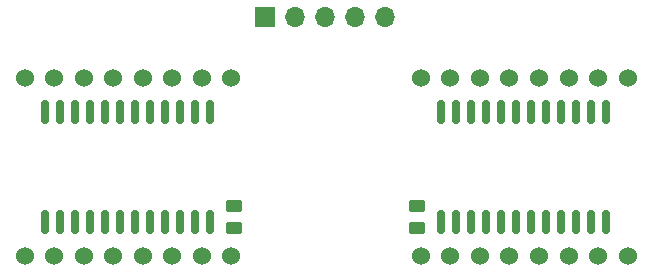
<source format=gbr>
%TF.GenerationSoftware,KiCad,Pcbnew,(6.0.9)*%
%TF.CreationDate,2023-07-18T19:51:57+10:00*%
%TF.ProjectId,VisorPlate2.0,5669736f-7250-46c6-9174-65322e302e6b,rev?*%
%TF.SameCoordinates,Original*%
%TF.FileFunction,Soldermask,Bot*%
%TF.FilePolarity,Negative*%
%FSLAX46Y46*%
G04 Gerber Fmt 4.6, Leading zero omitted, Abs format (unit mm)*
G04 Created by KiCad (PCBNEW (6.0.9)) date 2023-07-18 19:51:57*
%MOMM*%
%LPD*%
G01*
G04 APERTURE LIST*
G04 Aperture macros list*
%AMRoundRect*
0 Rectangle with rounded corners*
0 $1 Rounding radius*
0 $2 $3 $4 $5 $6 $7 $8 $9 X,Y pos of 4 corners*
0 Add a 4 corners polygon primitive as box body*
4,1,4,$2,$3,$4,$5,$6,$7,$8,$9,$2,$3,0*
0 Add four circle primitives for the rounded corners*
1,1,$1+$1,$2,$3*
1,1,$1+$1,$4,$5*
1,1,$1+$1,$6,$7*
1,1,$1+$1,$8,$9*
0 Add four rect primitives between the rounded corners*
20,1,$1+$1,$2,$3,$4,$5,0*
20,1,$1+$1,$4,$5,$6,$7,0*
20,1,$1+$1,$6,$7,$8,$9,0*
20,1,$1+$1,$8,$9,$2,$3,0*%
G04 Aperture macros list end*
%ADD10R,1.700000X1.700000*%
%ADD11O,1.700000X1.700000*%
%ADD12C,1.524000*%
%ADD13RoundRect,0.150000X-0.150000X0.875000X-0.150000X-0.875000X0.150000X-0.875000X0.150000X0.875000X0*%
%ADD14RoundRect,0.250000X0.450000X-0.262500X0.450000X0.262500X-0.450000X0.262500X-0.450000X-0.262500X0*%
G04 APERTURE END LIST*
D10*
%TO.C,J1*%
X127920000Y-93275000D03*
D11*
X130460000Y-93275000D03*
X133000000Y-93275000D03*
X135540000Y-93275000D03*
X138080000Y-93275000D03*
%TD*%
D12*
%TO.C,U4*%
X158580000Y-98500000D03*
X156080000Y-98500000D03*
X153580000Y-98500000D03*
X151080000Y-98500000D03*
X148580000Y-98500000D03*
X146080000Y-98500000D03*
X143580000Y-98500000D03*
X141080000Y-98500000D03*
X141080000Y-113500000D03*
X143580000Y-113500000D03*
X146080000Y-113500000D03*
X148580000Y-113500000D03*
X151080000Y-113500000D03*
X153580000Y-113500000D03*
X156080000Y-113500000D03*
X158580000Y-113500000D03*
%TD*%
%TO.C,U2*%
X125020000Y-98500000D03*
X122520000Y-98500000D03*
X120020000Y-98500000D03*
X117520000Y-98500000D03*
X115020000Y-98500000D03*
X112520000Y-98500000D03*
X110020000Y-98500000D03*
X107520000Y-98500000D03*
X107520000Y-113500000D03*
X110020000Y-113500000D03*
X112520000Y-113500000D03*
X115020000Y-113500000D03*
X117520000Y-113500000D03*
X120020000Y-113500000D03*
X122520000Y-113500000D03*
X125020000Y-113500000D03*
%TD*%
D13*
%TO.C,U1*%
X109265000Y-101350000D03*
X110535000Y-101350000D03*
X111805000Y-101350000D03*
X113075000Y-101350000D03*
X114345000Y-101350000D03*
X115615000Y-101350000D03*
X116885000Y-101350000D03*
X118155000Y-101350000D03*
X119425000Y-101350000D03*
X120695000Y-101350000D03*
X121965000Y-101350000D03*
X123235000Y-101350000D03*
X123235000Y-110650000D03*
X121965000Y-110650000D03*
X120695000Y-110650000D03*
X119425000Y-110650000D03*
X118155000Y-110650000D03*
X116885000Y-110650000D03*
X115615000Y-110650000D03*
X114345000Y-110650000D03*
X113075000Y-110650000D03*
X111805000Y-110650000D03*
X110535000Y-110650000D03*
X109265000Y-110650000D03*
%TD*%
%TO.C,U3*%
X142815000Y-101340000D03*
X144085000Y-101340000D03*
X145355000Y-101340000D03*
X146625000Y-101340000D03*
X147895000Y-101340000D03*
X149165000Y-101340000D03*
X150435000Y-101340000D03*
X151705000Y-101340000D03*
X152975000Y-101340000D03*
X154245000Y-101340000D03*
X155515000Y-101340000D03*
X156785000Y-101340000D03*
X156785000Y-110640000D03*
X155515000Y-110640000D03*
X154245000Y-110640000D03*
X152975000Y-110640000D03*
X151705000Y-110640000D03*
X150435000Y-110640000D03*
X149165000Y-110640000D03*
X147895000Y-110640000D03*
X146625000Y-110640000D03*
X145355000Y-110640000D03*
X144085000Y-110640000D03*
X142815000Y-110640000D03*
%TD*%
D14*
%TO.C,R2*%
X140750000Y-111162500D03*
X140750000Y-109337500D03*
%TD*%
%TO.C,R1*%
X125250000Y-111162500D03*
X125250000Y-109337500D03*
%TD*%
M02*

</source>
